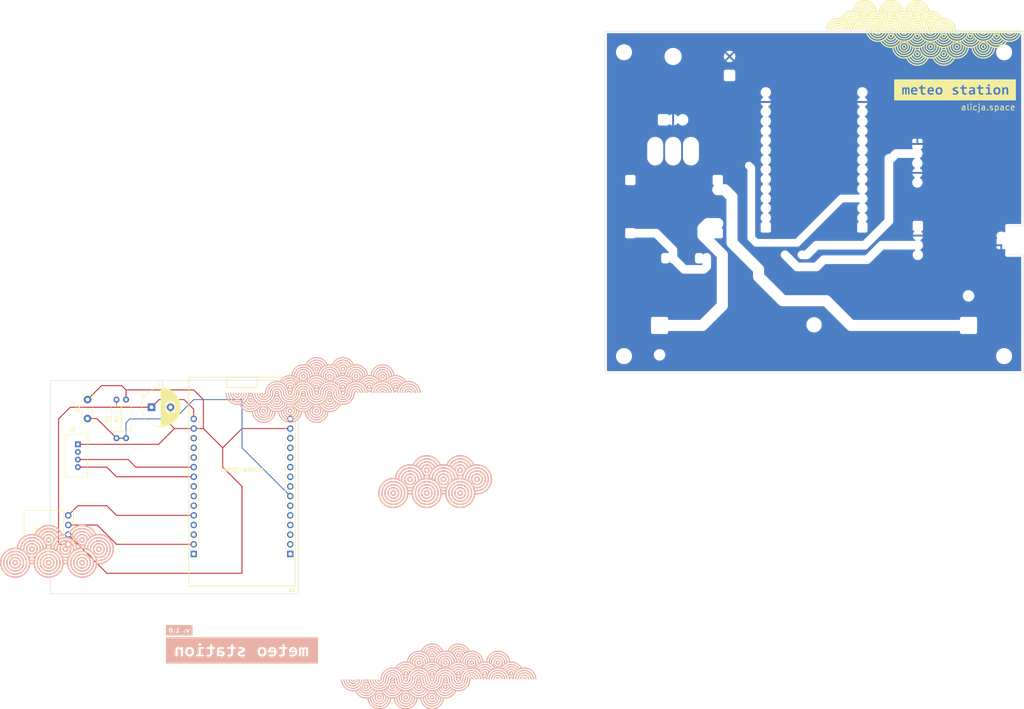
<source format=kicad_pcb>
(kicad_pcb (version 20221018) (generator pcbnew)
  (layers (0 "F.Cu" signal) (31 "B.Cu" signal) (34 "B.Paste" user) (35 "F.Paste" user) (36 "B.SilkS" user "B.Silkscreen") (37 "F.SilkS" user "F.Silkscreen") (38 "B.Mask" user) (39 "F.Mask" user) (44 "Edge.Cuts" user))
  (net 0 "")
  (net 1 "3V3")
  (net 2 "SCL")
  (net 3 "SDA")
  (net 4 "ADC_BAT")
  (net 6 "5V")
  (net 9 "TX_PMS")
  (net 10 "RX_PMS")
  (net 28 "GND")
  (footprint "meteo_station_footprints:meteo_station_small" (layer "F.Cu") (at 337.439 -2.794)
    (fp_text reference "G***" hide)
    (fp_text value "LOGO" hide)
  )
  (footprint "meteo_station_footprints:BME280" (layer "F.Cu") (at 99.06 113.03 180)
    (fp_text reference "U6" hide)
    (fp_text value "BME280" (at 0.74 0 180 unlocked) (layer "F.SilkS"))
    (fp_text user "3V3" (at -3.175 -3.81 180 unlocked) (layer "F.SilkS") (effects (font (size 0.8 0.8)) (justify left)))
    (pad "1" thru_hole rect (at -5.08 -3.81 180) (size 1.7 1.7) (drill 1) (layers "*.Cu" "*.Mask" "B.SilkS") (net 1 "3V3"))
    (pad "2" thru_hole oval (at -5.08 -1.27 180) (size 1.7 1.7) (drill 1) (layers "*.Cu" "*.Mask") (net 28 "GND"))
    (pad "3" thru_hole oval (at -5.08 1.27 180) (size 1.7 1.7) (drill 1) (layers "*.Cu" "*.Mask") (net 2 "SCL"))
    (pad "4" thru_hole oval (at -5.08 3.81 180) (size 1.7 1.7) (drill 1) (layers "*.Cu" "*.Mask") (net 3 "SDA"))
  )
  (footprint "Capacitor_THT:C_Disc_D7.5mm_W2.5mm_P5.00mm" (layer "F.Cu") (at 109.22 83.74 90)
    (fp_text reference "C2" (at 2.5 -2.5 90) (layer "F.SilkS"))
    (fp_text value "100nF")
    (pad "1" thru_hole circle (at 0 0 90) (size 2 2) (drill 1) (layers "*.Cu" "*.Mask") (net 4 "ADC_BAT"))
    (pad "2" thru_hole circle (at 5 0 90) (size 2 2) (drill 1) (layers "*.Cu" "*.Mask") (net 28 "GND"))
  )
  (footprint "Resistor_THT:R_Axial_DIN0207_L6.3mm_D2.5mm_P10.16mm_Horizontal" (layer "F.Cu") (at 116.84 88.9 90)
    (fp_text reference "R1" (at 5.08 -2.37 90) (layer "F.SilkS"))
    (fp_text value "10K")
    (pad "1" thru_hole circle (at 0 0 90) (size 1.6 1.6) (drill 0.8) (layers "*.Cu" "*.Mask") (net 4 "ADC_BAT"))
    (pad "2" thru_hole oval (at 10.16 0 90) (size 1.6 1.6) (drill 0.8) (layers "*.Cu" "*.Mask") (net 1 "3V3"))
  )
  (footprint "Connector:NS-Tech_Grove_1x04_P2mm_Vertical" (layer "F.Cu") (at 106.68 90.52)
    (fp_text reference "J2" (at -1.5 -4) (layer "F.SilkS"))
    (fp_text value "PMS7003 ")
    (pad "1" thru_hole rect (at 0 0) (size 1.524 1.524) (drill 0.762) (layers "*.Cu" "*.Mask") (net 28 "GND"))
    (pad "2" thru_hole circle (at 0 2) (size 1.524 1.524) (drill 0.762) (layers "*.Cu" "*.Mask") (net 6 "5V"))
    (pad "3" thru_hole circle (at 0 4) (size 1.524 1.524) (drill 0.762) (layers "*.Cu" "*.Mask") (net 10 "RX_PMS"))
    (pad "4" thru_hole circle (at 0 6) (size 1.524 1.524) (drill 0.762) (layers "*.Cu" "*.Mask") (net 9 "TX_PMS"))
  )
  (footprint "meteo_station_footprints:ESP32-WROOM" (layer "F.Cu") (at 149.86 100.335 180)
    (fp_text reference "U3" (at -13.97 -28.575 unlocked) (layer "F.SilkS") (effects (font (size 0.8 0.8)) (justify right)))
    (fp_text value "ESP32-WROOM" (at 0 3 unlocked) (layer "F.SilkS"))
    (pad "1" thru_hole rect (at -12.7 -19.045 180) (size 1.7 1.7) (drill 1) (layers "*.Cu" "*.Mask"))
    (pad "2" thru_hole oval (at -12.7 -16.505 180) (size 1.7 1.7) (drill 1) (layers "*.Cu" "*.Mask"))
    (pad "3" thru_hole oval (at -12.7 -13.965 180) (size 1.7 1.7) (drill 1) (layers "*.Cu" "*.Mask"))
    (pad "4" thru_hole oval (at -12.7 -11.425 180) (size 1.7 1.7) (drill 1) (layers "*.Cu" "*.Mask"))
    (pad "5" thru_hole oval (at -12.7 -8.885 180) (size 1.7 1.7) (drill 1) (layers "*.Cu" "*.Mask"))
    (pad "6" thru_hole oval (at -12.7 -6.345 180) (size 1.7 1.7) (drill 1) (layers "*.Cu" "*.Mask"))
    (pad "7" thru_hole oval (at -12.7 -3.805 180) (size 1.7 1.7) (drill 1) (layers "*.Cu" "*.Mask") (net 4 "ADC_BAT"))
    (pad "8" thru_hole oval (at -12.7 -1.265 180) (size 1.7 1.7) (drill 1) (layers "*.Cu" "*.Mask"))
    (pad "9" thru_hole oval (at -12.7 1.275 180) (size 1.7 1.7) (drill 1) (layers "*.Cu" "*.Mask"))
    (pad "10" thru_hole oval (at -12.7 3.815 180) (size 1.7 1.7) (drill 1) (layers "*.Cu" "*.Mask"))
    (pad "11" thru_hole oval (at -12.7 6.355 180) (size 1.7 1.7) (drill 1) (layers "*.Cu" "*.Mask"))
    (pad "12" thru_hole oval (at -12.7 8.895 180) (size 1.7 1.7) (drill 1) (layers "*.Cu" "*.Mask"))
    (pad "13" thru_hole oval (at -12.7 11.435 180) (size 1.7 1.7) (drill 1) (layers "*.Cu" "*.Mask"))
    (pad "14" thru_hole oval (at -12.7 13.975 180) (size 1.7 1.7) (drill 1) (layers "*.Cu" "*.Mask") (net 28 "GND"))
    (pad "15" thru_hole oval (at -12.7 16.515 180) (size 1.7 1.7) (drill 1) (layers "*.Cu" "*.Mask") (net 6 "5V"))
    (pad "16" thru_hole rect (at 12.7 -19.045 180) (size 1.7 1.7) (drill 1) (layers "*.Cu" "*.Mask"))
    (pad "17" thru_hole oval (at 12.7 -16.505 180) (size 1.7 1.7) (drill 1) (layers "*.Cu" "*.Mask") (net 2 "SCL"))
    (pad "18" thru_hole oval (at 12.7 -13.965 180) (size 1.7 1.7) (drill 1) (layers "*.Cu" "*.Mask"))
    (pad "19" thru_hole oval (at 12.7 -11.425 180) (size 1.7 1.7) (drill 1) (layers "*.Cu" "*.Mask"))
    (pad "20" thru_hole oval (at 12.7 -8.885 180) (size 1.7 1.7) (drill 1) (layers "*.Cu" "*.Mask") (net 3 "SDA"))
    (pad "21" thru_hole oval (at 12.7 -6.345 180) (size 1.7 1.7) (drill 1) (layers "*.Cu" "*.Mask"))
    (pad "22" thru_hole oval (at 12.7 -3.805 180) (size 1.7 1.7) (drill 1) (layers "*.Cu" "*.Mask"))
    (pad "23" thru_hole oval (at 12.7 -1.265 180) (size 1.7 1.7) (drill 1) (layers "*.Cu" "*.Mask"))
    (pad "24" thru_hole oval (at 12.7 1.275 180) (size 1.7 1.7) (drill 1) (layers "*.Cu" "*.Mask") (net 9 "TX_PMS"))
    (pad "25" thru_hole oval (at 12.7 3.815 180) (size 1.7 1.7) (drill 1) (layers "*.Cu" "*.Mask") (net 10 "RX_PMS"))
    (pad "26" thru_hole oval (at 12.7 6.355 180) (size 1.7 1.7) (drill 1) (layers "*.Cu" "*.Mask"))
    (pad "27" thru_hole oval (at 12.7 8.895 180) (size 1.7 1.7) (drill 1) (layers "*.Cu" "*.Mask"))
    (pad "28" thru_hole oval (at 12.7 11.435 180) (size 1.7 1.7) (drill 1) (layers "*.Cu" "*.Mask"))
    (pad "29" thru_hole oval (at 12.7 13.975 180) (size 1.7 1.7) (drill 1) (layers "*.Cu" "*.Mask") (net 28 "GND"))
    (pad "30" thru_hole oval (at 12.7 16.515 180) (size 1.7 1.7) (drill 1) (layers "*.Cu" "*.Mask") (net 1 "3V3"))
  )
  (footprint "meteo_station_footprints:chmurka" (layer "F.Cu") (at 325.12 -17.78 180)
    (fp_text reference "G***" hide)
    (fp_text value "LOGO" hide)
  )
  (footprint "Capacitor_THT:CP_Radial_D10.0mm_P5.00mm" (layer "F.Cu") (at 126.059646 80.75)
    (fp_text reference "C1" (at 2.5 -6.25) (layer "F.SilkS"))
    (fp_text value "2200uF")
    (pad "1" thru_hole rect (at 0 0) (size 2 2) (drill 1) (layers "*.Cu" "*.Mask") (net 1 "3V3"))
    (pad "2" thru_hole circle (at 5 0) (size 2 2) (drill 1) (layers "*.Cu" "*.Mask") (net 28 "GND"))
  )
  (footprint "Resistor_THT:R_Axial_DIN0207_L6.3mm_D2.5mm_P10.16mm_Horizontal" (layer "F.Cu") (at 119.35 88.9 90)
    (fp_text reference "R2" (at 5.08 -2.37 90) (layer "F.SilkS"))
    (fp_text value "10K")
    (pad "1" thru_hole circle (at 0 0 90) (size 1.6 1.6) (drill 0.8) (layers "*.Cu" "*.Mask") (net 4 "ADC_BAT"))
    (pad "2" thru_hole oval (at 10.16 0 90) (size 1.6 1.6) (drill 0.8) (layers "*.Cu" "*.Mask") (net 28 "GND"))
  )
  (footprint "meteo_station_footprints:chmurka" (layer "B.Cu") (at 167.053011 76.191308 180)
    (fp_text reference "G***" hide)
    (fp_text value "LOGO" hide)
  )
  (footprint "meteo_station_footprints:version" (layer "B.Cu") (at 133.35 139.446 180)
    (fp_text reference "G***" hide)
    (fp_text value "LOGO" hide)
  )
  (footprint "meteo_station_footprints:chmurka" (layer "B.Cu") (at 197.456811 151.603908 180)
    (fp_text reference "G***" hide)
    (fp_text value "LOGO" hide)
  )
  (footprint "meteo_station_footprints:meteo_station" (layer "B.Cu") (at 149.86 144.78 180)
    (fp_text reference "G***" hide)
    (fp_text value "LOGO" hide)
  )
  (footprint "meteo_station_footprints:chmurka2" (layer "B.Cu") (at 200.66 100.33 180)
    (fp_text reference "G***" hide)
    (fp_text value "LOGO" hide)
  )
  (footprint "meteo_station_footprints:chmurka2" (layer "B.Cu") (at 101.1936 118.6942 180)
    (fp_text reference "G***" hide)
    (fp_text value "LOGO" hide)
  )
  (gr_rect (start 93.98 78.74) (end 93.98 78.74) (stroke (width 0.1)) (fill none) (layer "Edge.Cuts"))
  (gr_line (start 351.155 40.64) (end 355.355 40.64) (stroke (width 0.1)) (layer "Edge.Cuts"))
  (gr_rect (start 93.98 78.74) (end 93.98 78.74) (stroke (width 0.1)) (fill none) (layer "Edge.Cuts"))
  (gr_rect (start 93.98 78.74) (end 93.98 78.74) (stroke (width 0.1)) (fill none) (layer "Edge.Cuts"))
  (gr_line (start 245.355 -18.24) (end 355.355 -18.24) (stroke (width 0.1)) (layer "Edge.Cuts"))
  (gr_rect (start 99.48 73.66) (end 164.68 129.86) (stroke (width 0.1)) (fill none) (layer "Edge.Cuts"))
  (gr_line (start 355.355 33.02) (end 351.155 33.02) (stroke (width 0.1)) (layer "Edge.Cuts"))
  (gr_line (start 245.355 -18.24) (end 245.355 71.76) (stroke (width 0.1)) (layer "Edge.Cuts"))
  (gr_line (start 245.355 71.76) (end 355.355 71.76) (stroke (width 0.1)) (layer "Edge.Cuts"))
  (gr_line (start 355.355 71.76) (end 355.355 40.64) (stroke (width 0.1)) (layer "Edge.Cuts"))
  (gr_line (start 355.355 -18.24) (end 355.355 33.02) (stroke (width 0.1)) (layer "Edge.Cuts"))
  (gr_rect (start 93.98 78.74) (end 93.98 78.74) (stroke (width 0.1)) (fill none) (layer "Edge.Cuts"))
  (gr_rect (start 93.98 119.38) (end 93.98 119.38) (stroke (width 0.1)) (fill none) (layer "Edge.Cuts"))
  (gr_rect (start 93.98 78.74) (end 93.98 78.74) (stroke (width 0.1)) (fill none) (layer "Edge.Cuts"))
  (gr_text "alicja.space" (at 353.441 1.778) (layer "F.SilkS") (effects (font (size 1.6 1.6) (thickness 0.2)) (justify right)))
  (segment (start 134.62 78.74) (end 137.16 81.28) (width 0.25) (layer "F.Cu") (net 1))
  (segment (start 104.67 80.75) (end 116.84 80.75) (width 0.25) (layer "F.Cu") (net 1))
  (segment (start 101.6 116.84) (end 101.6 83.82) (width 0.25) (layer "F.Cu") (net 1))
  (segment (start 116.84 80.75) (end 126.059646 80.75) (width 0.25) (layer "F.Cu") (net 1))
  (segment (start 137.16 81.28) (end 137.16 83.82) (width 0.25) (layer "F.Cu") (net 1))
  (segment (start 128.069646 78.74) (end 134.62 78.74) (width 0.25) (layer "F.Cu") (net 1))
  (segment (start 116.84 78.74) (end 116.84 80.75) (width 0.25) (layer "F.Cu") (net 1))
  (segment (start 104.14 116.84) (end 101.6 116.84) (width 0.25) (layer "F.Cu") (net 1))
  (segment (start 126.059646 80.75) (end 128.069646 78.74) (width 0.25) (layer "F.Cu") (net 1))
  (segment (start 101.6 83.82) (end 104.67 80.75) (width 0.25) (layer "F.Cu") (net 1))
  (segment (start 111.76 111.76) (end 116.84 116.84) (width 0.25) (layer "F.Cu") (net 2))
  (segment (start 116.84 116.84) (end 137.16 116.84) (width 0.25) (layer "F.Cu") (net 2))
  (segment (start 104.14 111.76) (end 111.76 111.76) (width 0.25) (layer "F.Cu") (net 2))
  (segment (start 116.84 109.22) (end 114.3 106.68) (width 0.25) (layer "F.Cu") (net 3))
  (segment (start 137.16 109.22) (end 116.84 109.22) (width 0.25) (layer "F.Cu") (net 3))
  (segment (start 106.68 106.68) (end 104.14 109.22) (width 0.25) (layer "F.Cu") (net 3))
  (segment (start 114.3 106.68) (end 106.68 106.68) (width 0.25) (layer "F.Cu") (net 3))
  (segment (start 111.68 83.74) (end 116.84 88.9) (width 0.25) (layer "F.Cu") (net 4))
  (segment (start 109.22 83.74) (end 111.68 83.74) (width 0.25) (layer "F.Cu") (net 4))
  (segment (start 116.84 88.9) (end 119.35 88.9) (width 0.25) (layer "F.Cu") (net 4))
  (segment (start 149.86 91.44) (end 149.86 78.74) (width 0.25) (layer "B.Cu") (net 4))
  (segment (start 162.56 104.14) (end 149.86 91.44) (width 0.25) (layer "B.Cu") (net 4))
  (segment (start 137.16 78.74) (end 132.08 83.82) (width 0.25) (layer "B.Cu") (net 4))
  (segment (start 120.339646 83.82) (end 119.35 84.809646) (width 0.25) (layer "B.Cu") (net 4))
  (segment (start 149.86 78.74) (end 137.16 78.74) (width 0.25) (layer "B.Cu") (net 4))
  (segment (start 132.08 83.82) (end 120.339646 83.82) (width 0.25) (layer "B.Cu") (net 4))
  (segment (start 119.35 84.809646) (end 119.35 88.9) (width 0.25) (layer "B.Cu") (net 4))
  (segment (start 116.84 99.06) (end 137.16 99.06) (width 0.25) (layer "F.Cu") (net 9))
  (segment (start 106.68 96.52) (end 114.3 96.52) (width 0.25) (layer "F.Cu") (net 9))
  (segment (start 114.3 96.52) (end 116.84 99.06) (width 0.25) (layer "F.Cu") (net 9))
  (segment (start 119.92 94.52) (end 121.92 96.52) (width 0.25) (layer "F.Cu") (net 10))
  (segment (start 106.68 94.52) (end 119.92 94.52) (width 0.25) (layer "F.Cu") (net 10))
  (segment (start 121.92 96.52) (end 137.16 96.52) (width 0.25) (layer "F.Cu") (net 10))
  (segment (start 144.78 91.44) (end 149.86 86.36) (width 0.25) (layer "F.Cu") (net 28))
  (segment (start 139.7 78.74) (end 139.7 86.36) (width 0.25) (layer "F.Cu") (net 28))
  (segment (start 149.86 124.46) (end 149.86 101.6) (width 0.25) (layer "F.Cu") (net 28))
  (segment (start 144.78 91.44) (end 139.7 86.36) (width 0.25) (layer "F.Cu") (net 28))
  (segment (start 149.86 101.6) (end 144.78 96.52) (width 0.25) (layer "F.Cu") (net 28))
  (segment (start 114.3 124.46) (end 149.86 124.46) (width 0.25) (layer "F.Cu") (net 28))
  (segment (start 104.14 114.3) (end 114.3 124.46) (width 0.25) (layer "F.Cu") (net 28))
  (segment (start 119.35 76.2) (end 137.16 76.2) (width 0.25) (layer "F.Cu") (net 28))
  (segment (start 132.08 86.36) (end 137.16 86.36) (width 0.25) (layer "F.Cu") (net 28))
  (segment (start 131.059646 85.339646) (end 132.08 86.36) (width 0.25) (layer "F.Cu") (net 28))
  (segment (start 118.225 75.075) (end 119.35 76.2) (width 0.25) (layer "F.Cu") (net 28))
  (segment (start 131.059646 80.75) (end 131.059646 85.339646) (width 0.25) (layer "F.Cu") (net 28))
  (segment (start 149.86 86.36) (end 162.56 86.36) (width 0.25) (layer "F.Cu") (net 28))
  (segment (start 144.78 96.52) (end 144.78 91.44) (width 0.25) (layer "F.Cu") (net 28))
  (segment (start 119.35 78.74) (end 119.35 76.2) (width 0.25) (layer "F.Cu") (net 28))
  (segment (start 106.68 90.52) (end 127.92 90.52) (width 0.25) (layer "F.Cu") (net 28))
  (segment (start 112.885 75.075) (end 118.225 75.075) (width 0.25) (layer "F.Cu") (net 28))
  (segment (start 109.22 78.74) (end 112.885 75.075) (width 0.25) (layer "F.Cu") (net 28))
  (segment (start 127.92 90.52) (end 132.08 86.36) (width 0.25) (layer "F.Cu") (net 28))
  (segment (start 139.7 86.36) (end 137.16 86.36) (width 0.25) (layer "F.Cu") (net 28))
  (segment (start 137.16 76.2) (end 139.7 78.74) (width 0.25) (layer "F.Cu") (net 28))
  (zone (net 28) (net_name "GND") (layer "B.Cu") (connect_pads (clearance 0.508)) (min_thickness 0.254) (fill yes (thermal_gap 0.508) (thermal_bridge_width 0.508))
    (polygon (pts (xy 355.6 71.755) (xy 245.11 71.755) (xy 245.11 -18.415) (xy 355.6 -18.415)))
  )
)
</source>
